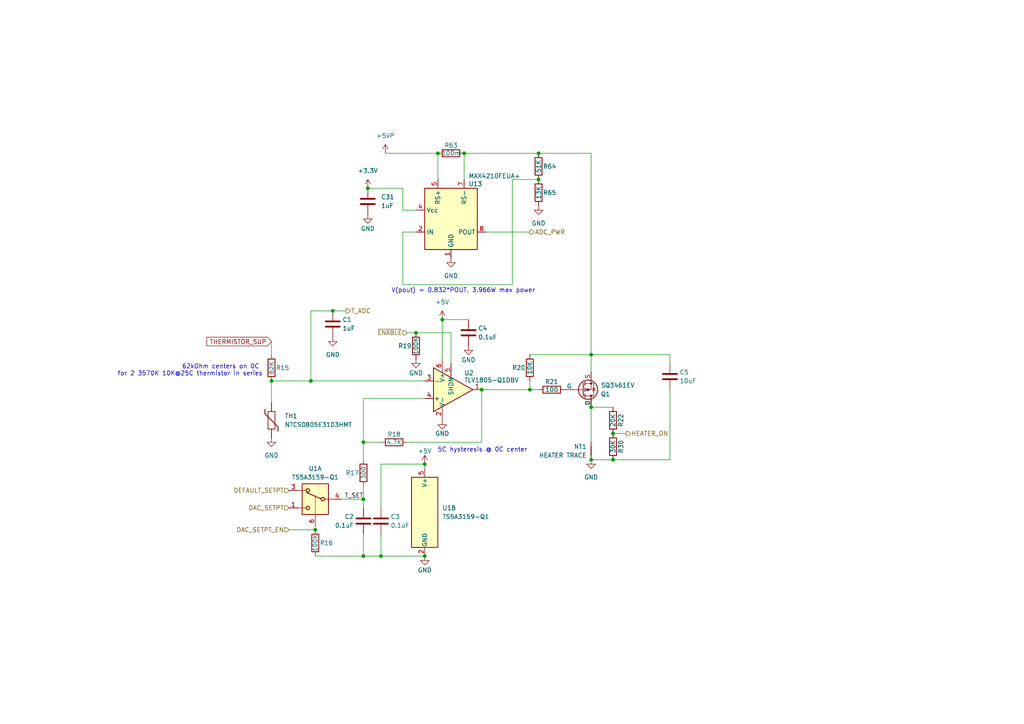
<source format=kicad_sch>
(kicad_sch (version 20231120) (generator "eeschema") (generator_version "8.0")
  (paper "A4")
  (lib_symbols
    (symbol "Analog_Switch:TS5A3159ADBVR" (pin_names (offset 0.127))
      (property "Reference" "U" (at -3.175 4.699 0))
      (property "Value" "TS5A3159ADBVR" (at -3.175 2.921 0))
      (symbol "TS5A3159ADBVR_1_1"
        (rectangle (start -3.81 4.445) (end 3.81 -4.445) (stroke (width 0.254)) (fill (type background)))
        (circle (center -2.159 0) (radius 0.508) (stroke (width 0.254)))
        (polyline (pts (xy -5.08 0) (xy -2.794 0)))
        (polyline (pts (xy -1.651 0.127) (xy 2.54 1.905)) (stroke (width 0.254)))
        (polyline (pts (xy 0 -5.08) (xy 0 -4.572)))
        (polyline (pts (xy 0 -4.318) (xy 0 -4.064)))
        (polyline (pts (xy 0 -3.81) (xy 0 -3.556)))
        (polyline (pts (xy 0 -3.302) (xy 0 -3.048)))
        (polyline (pts (xy 0 -2.794) (xy 0 -2.54)))
        (polyline (pts (xy 0 -2.286) (xy 0 -2.032)))
        (polyline (pts (xy 0 -1.778) (xy 0 -1.524)))
        (polyline (pts (xy 0 -1.27) (xy 0 -1.016)))
        (polyline (pts (xy 0 -0.762) (xy 0 -0.508)))
        (polyline (pts (xy 0 -0.254) (xy 0 0)))
        (polyline (pts (xy 0 0.254) (xy 0 0.508)))
        (polyline (pts (xy 0 0.254) (xy 0 0.508)))
        (polyline (pts (xy 5.08 -2.54) (xy 2.794 -2.54)))
        (polyline (pts (xy 5.08 2.54) (xy 2.794 2.54)))
        (circle (center 2.159 -2.54) (radius 0.508) (stroke (width 0.254)))
        (circle (center 2.159 2.54) (radius 0.508) (stroke (width 0.254)))
        (pin passive line (at 7.62 -2.54 180) (length 2.54) (name "~") (number "1"))
        (pin passive line (at 7.62 2.54 180) (length 2.54) (name "~") (number "3"))
        (pin passive line (at -7.62 0 0) (length 2.54) (name "~") (number "4"))
        (pin input line (at 0 -7.62 90) (length 2.54) (name "~") (number "6"))
      )
      (symbol "TS5A3159ADBVR_2_0"
        (pin power_in line (at 0 -12.7 90) (length 2.54) (name "GND") (number "2"))
        (pin power_in line (at 0 12.7 270) (length 2.54) (name "V+") (number "5"))
      )
      (symbol "TS5A3159ADBVR_2_1"
        (rectangle (start -3.81 10.16) (end 3.81 -10.16) (stroke (width 0.254)) (fill (type background)))
      )
    )
    (symbol "Device:C" (pin_numbers hide) (pin_names (offset 0.254))
      (property "Reference" "C" (at 0.635 2.54 0))
      (property "Value" "C" (at 0.635 -2.54 0))
      (symbol "C_0_1"
        (polyline (pts (xy -2.032 -0.762) (xy 2.032 -0.762)) (stroke (width 0.508)))
        (polyline (pts (xy -2.032 0.762) (xy 2.032 0.762)) (stroke (width 0.508)))
      )
      (symbol "C_1_1"
        (pin passive line (at 0 3.81 270) (length 2.794) (name "~") (number "1"))
        (pin passive line (at 0 -3.81 90) (length 2.794) (name "~") (number "2"))
      )
    )
    (symbol "Device:NetTie_2" (pin_numbers hide) (pin_names (offset 0) hide) (in_bom no)
      (property "Reference" "NT" (at 0 1.27 0))
      (property "Value" "NetTie_2" (at 0 -1.27 0))
      (symbol "NetTie_2_0_1"
        (polyline (pts (xy -1.27 0) (xy 1.27 0)) (stroke (width 0.254)))
      )
      (symbol "NetTie_2_1_1"
        (pin passive line (at -2.54 0 0) (length 2.54) (name "1") (number "1"))
        (pin passive line (at 2.54 0 180) (length 2.54) (name "2") (number "2"))
      )
    )
    (symbol "Device:R" (pin_numbers hide) (pin_names (offset 0))
      (property "Reference" "R" (at 2.032 0 90))
      (property "Value" "R" (at 0 0 90))
      (symbol "R_0_1"
        (rectangle (start -1.016 -2.54) (end 1.016 2.54) (stroke (width 0.254)))
      )
      (symbol "R_1_1"
        (pin passive line (at 0 3.81 270) (length 1.27) (name "~") (number "1"))
        (pin passive line (at 0 -3.81 90) (length 1.27) (name "~") (number "2"))
      )
    )
    (symbol "Device:Thermistor" (pin_numbers hide) (pin_names (offset 0))
      (property "Reference" "TH" (at 2.54 1.27 90))
      (property "Value" "Thermistor" (at -2.54 0 90))
      (symbol "Thermistor_0_1"
        (rectangle (start -1.016 2.54) (end 1.016 -2.54) (stroke (width 0.2032)))
        (polyline (pts (xy -1.905 3.175) (xy -1.905 1.905) (xy 1.905 -1.905) (xy 1.905 -3.175) (xy 1.905 -3.175)) (stroke (width 0.254)))
      )
      (symbol "Thermistor_1_1"
        (pin passive line (at 0 5.08 270) (length 2.54) (name "~") (number "1"))
        (pin passive line (at 0 -5.08 90) (length 2.54) (name "~") (number "2"))
      )
    )
    (symbol "femta-control-custom:MAX4210"
      (property "Reference" "U" (at 5.08 -1.27 0))
      (property "Value" "MAX4210EEUA+" (at 5.08 1.016 0))
      (symbol "MAX4210_1_1"
        (rectangle (start -7.62 -2.54) (end 7.62 -20.32) (stroke (width 0.254)) (fill (type background)))
        (pin input line (at 0 -22.86 90) (length 2.54) (name "GND") (number "1"))
        (pin input line (at -10.16 -15.24 0) (length 2.54) (name "IN") (number "2"))
        (pin no_connect line (at 10.16 -8.89 180) (length 2.54) hide (name "NC") (number "3"))
        (pin input line (at -10.16 -8.89 0) (length 2.54) (name "Vcc") (number "4"))
        (pin input line (at -3.81 0 270) (length 2.54) (name "RS+") (number "5"))
        (pin no_connect line (at 10.16 -8.89 180) (length 2.54) hide (name "NC") (number "6"))
        (pin input line (at 3.81 0 270) (length 2.54) (name "RS-") (number "7"))
        (pin input line (at 10.16 -15.24 180) (length 2.54) (name "POUT") (number "8"))
      )
    )
    (symbol "femta-control-custom:SQ3461EV-T1_GE3" (pin_numbers hide) (pin_names (offset 0))
      (property "Reference" "Q" (at 5.08 1.27 0))
      (property "Value" "SQ3461EV" (at 5.08 -1.27 0))
      (symbol "SQ3461EV-T1_GE3_0_1"
        (polyline (pts (xy 0.254 0) (xy -2.54 0)))
        (polyline (pts (xy 0.254 1.905) (xy 0.254 -1.905)) (stroke (width 0.254)))
        (polyline (pts (xy 0.762 -1.27) (xy 0.762 -2.286)) (stroke (width 0.254)))
        (polyline (pts (xy 0.762 0.508) (xy 0.762 -0.508)) (stroke (width 0.254)))
        (polyline (pts (xy 0.762 2.286) (xy 0.762 1.27)) (stroke (width 0.254)))
        (polyline (pts (xy 2.54 2.54) (xy 2.54 1.778)))
        (polyline (pts (xy 2.54 -2.54) (xy 2.54 0) (xy 0.762 0)))
        (polyline (pts (xy 0.762 1.778) (xy 3.302 1.778) (xy 3.302 -1.778) (xy 0.762 -1.778)))
        (polyline (pts (xy 2.286 0) (xy 1.27 0.381) (xy 1.27 -0.381) (xy 2.286 0)) (fill (type outline)))
        (polyline (pts (xy 2.794 -0.508) (xy 2.921 -0.381) (xy 3.683 -0.381) (xy 3.81 -0.254)))
        (polyline (pts (xy 3.302 -0.381) (xy 2.921 0.254) (xy 3.683 0.254) (xy 3.302 -0.381)))
        (circle (center 1.651 0) (radius 2.794) (stroke (width 0.254)))
        (circle (center 2.54 -1.778) (radius 0.254) (fill (type outline)))
        (circle (center 2.54 1.778) (radius 0.254) (fill (type outline)))
      )
      (symbol "SQ3461EV-T1_GE3_1_1"
        (pin passive line (at 2.54 5.08 270) (length 2.54) (name "D") (number "1"))
        (pin passive line (at 2.54 5.08 270) (length 2.54) (name "D") (number "2"))
        (pin input line (at -5.08 0 0) (length 2.54) (name "G") (number "3"))
        (pin passive line (at 2.54 -5.08 90) (length 2.54) (name "S") (number "4"))
        (pin passive line (at 2.54 5.08 270) (length 2.54) (name "D") (number "5"))
        (pin passive line (at 2.54 5.08 270) (length 2.54) (name "D") (number "6"))
      )
    )
    (symbol "femta-control-custom:TLV1805-Q1DBV" (pin_names (offset 0.127))
      (property "Reference" "U" (at 1.27 5.08 0))
      (property "Value" "TLV1805-Q1DBV" (at 7.874 -5.08 0))
      (symbol "TLV1805-Q1DBV_0_1"
        (polyline (pts (xy -5.08 6.35) (xy 6.35 0) (xy -5.08 -6.35) (xy -5.08 6.35)) (stroke (width 0.254)) (fill (type background)))
      )
      (symbol "TLV1805-Q1DBV_1_1"
        (pin open_collector line (at 8.89 0 180) (length 2.54) (name "") (number "1"))
        (pin power_in line (at -2.54 -8.89 90) (length 3.81) (name "V-") (number "2"))
        (pin input line (at -7.62 2.54 0) (length 2.54) (name "-") (number "3"))
        (pin input line (at -7.62 -2.54 0) (length 2.54) (name "+") (number "4"))
        (pin input line (at 0 7.62 270) (length 3.81) (name "SHDN") (number "5"))
        (pin power_in line (at -2.54 8.89 270) (length 3.81) (name "V+") (number "6"))
      )
    )
    (symbol "power:+3.3V" (power) (pin_numbers hide) (pin_names (offset 0) hide)
      (property "Value" "+3.3V" (at 0 3.556 0))
      (symbol "+3.3V_0_1"
        (polyline (pts (xy -0.762 1.27) (xy 0 2.54)))
        (polyline (pts (xy 0 0) (xy 0 2.54)))
        (polyline (pts (xy 0 2.54) (xy 0.762 1.27)))
      )
      (symbol "+3.3V_1_1"
        (pin power_in line (at 0 0 90) (length 0) (name "~") (number "1"))
      )
    )
    (symbol "power:+5V" (power) (pin_numbers hide) (pin_names (offset 0) hide)
      (property "Value" "+5V" (at 0 3.556 0))
      (symbol "+5V_0_1"
        (polyline (pts (xy -0.762 1.27) (xy 0 2.54)))
        (polyline (pts (xy 0 0) (xy 0 2.54)))
        (polyline (pts (xy 0 2.54) (xy 0.762 1.27)))
      )
      (symbol "+5V_1_1"
        (pin power_in line (at 0 0 90) (length 0) (name "~") (number "1"))
      )
    )
    (symbol "power:+5VP" (power) (pin_numbers hide) (pin_names (offset 0) hide)
      (property "Value" "+5VP" (at 0 3.556 0))
      (symbol "+5VP_0_1"
        (polyline (pts (xy -0.762 1.27) (xy 0 2.54)))
        (polyline (pts (xy 0 0) (xy 0 2.54)))
        (polyline (pts (xy 0 2.54) (xy 0.762 1.27)))
      )
      (symbol "+5VP_1_1"
        (pin power_in line (at 0 0 90) (length 0) (name "~") (number "1"))
      )
    )
    (symbol "power:GND" (power) (pin_numbers hide) (pin_names (offset 0) hide)
      (property "Value" "GND" (at 0 -3.81 0))
      (symbol "GND_0_1"
        (polyline (pts (xy 0 0) (xy 0 -1.27) (xy 1.27 -1.27) (xy 0 -2.54) (xy -1.27 -1.27) (xy 0 -1.27)))
      )
      (symbol "GND_1_1"
        (pin power_in line (at 0 0 270) (length 0) (name "~") (number "1"))
      )
    )
  )
  (junction (at 127 44.45))
  (junction (at 123.19 134.62))
  (junction (at 110.49 161.29))
  (junction (at 153.67 113.03))
  (junction (at 105.41 144.78))
  (junction (at 177.8 125.73))
  (junction (at 177.8 133.35))
  (junction (at 139.7 113.03))
  (junction (at 91.44 153.67))
  (junction (at 106.68 54.61))
  (junction (at 171.45 102.87))
  (junction (at 105.41 128.27))
  (junction (at 96.52 90.17))
  (junction (at 171.45 133.35))
  (junction (at 90.17 110.49))
  (junction (at 78.74 110.49))
  (junction (at 128.27 92.71))
  (junction (at 156.21 52.07))
  (junction (at 134.62 44.45))
  (junction (at 105.41 161.29))
  (junction (at 171.45 118.11))
  (junction (at 156.21 44.45))
  (junction (at 120.65 96.52))
  (junction (at 123.19 161.29))
  (wire (pts (xy 171.45 118.11) (xy 171.45 128.27)))
  (wire (pts (xy 153.67 113.03) (xy 156.21 113.03)))
  (wire (pts (xy 128.27 92.71) (xy 128.27 104.14)))
  (wire (pts (xy 105.41 147.32) (xy 105.41 144.78)))
  (wire (pts (xy 123.19 134.62) (xy 123.19 135.89)))
  (wire (pts (xy 153.67 102.87) (xy 171.45 102.87)))
  (wire (pts (xy 105.41 115.57) (xy 105.41 128.27)))
  (wire (pts (xy 90.17 110.49) (xy 90.17 90.17)))
  (wire (pts (xy 105.41 154.94) (xy 105.41 161.29)))
  (wire (pts (xy 116.84 67.31) (xy 120.65 67.31)))
  (wire (pts (xy 105.41 115.57) (xy 123.19 115.57)))
  (wire (pts (xy 140.97 67.31) (xy 153.67 67.31)))
  (wire (pts (xy 194.31 133.35) (xy 177.8 133.35)))
  (wire (pts (xy 171.45 44.45) (xy 171.45 102.87)))
  (wire (pts (xy 78.74 110.49) (xy 78.74 116.84)))
  (wire (pts (xy 194.31 113.03) (xy 194.31 133.35)))
  (wire (pts (xy 78.74 99.06) (xy 78.74 102.87)))
  (wire (pts (xy 177.8 133.35) (xy 171.45 133.35)))
  (wire (pts (xy 110.49 161.29) (xy 123.19 161.29)))
  (wire (pts (xy 156.21 44.45) (xy 171.45 44.45)))
  (wire (pts (xy 99.06 144.78) (xy 105.41 144.78)))
  (wire (pts (xy 156.21 44.45) (xy 134.62 44.45)))
  (wire (pts (xy 118.11 128.27) (xy 139.7 128.27)))
  (wire (pts (xy 90.17 110.49) (xy 123.19 110.49)))
  (wire (pts (xy 148.59 82.55) (xy 116.84 82.55)))
  (wire (pts (xy 171.45 118.11) (xy 177.8 118.11)))
  (wire (pts (xy 171.45 102.87) (xy 171.45 107.95)))
  (wire (pts (xy 156.21 52.07) (xy 148.59 52.07)))
  (wire (pts (xy 148.59 52.07) (xy 148.59 82.55)))
  (wire (pts (xy 111.76 44.45) (xy 127 44.45)))
  (wire (pts (xy 116.84 54.61) (xy 106.68 54.61)))
  (wire (pts (xy 177.8 125.73) (xy 181.61 125.73)))
  (wire (pts (xy 118.11 96.52) (xy 120.65 96.52)))
  (wire (pts (xy 105.41 140.97) (xy 105.41 144.78)))
  (wire (pts (xy 134.62 44.45) (xy 134.62 52.07)))
  (wire (pts (xy 120.65 96.52) (xy 130.81 96.52)))
  (wire (pts (xy 139.7 128.27) (xy 139.7 113.03)))
  (wire (pts (xy 91.44 153.67) (xy 91.44 152.4)))
  (wire (pts (xy 110.49 147.32) (xy 110.49 134.62)))
  (wire (pts (xy 110.49 154.94) (xy 110.49 161.29)))
  (wire (pts (xy 116.84 54.61) (xy 116.84 60.96)))
  (wire (pts (xy 171.45 102.87) (xy 194.31 102.87)))
  (wire (pts (xy 105.41 128.27) (xy 110.49 128.27)))
  (wire (pts (xy 116.84 82.55) (xy 116.84 67.31)))
  (wire (pts (xy 78.74 110.49) (xy 90.17 110.49)))
  (wire (pts (xy 83.82 153.67) (xy 91.44 153.67)))
  (wire (pts (xy 90.17 90.17) (xy 96.52 90.17)))
  (wire (pts (xy 100.33 90.17) (xy 96.52 90.17)))
  (wire (pts (xy 194.31 102.87) (xy 194.31 105.41)))
  (wire (pts (xy 91.44 161.29) (xy 105.41 161.29)))
  (wire (pts (xy 130.81 105.41) (xy 130.81 96.52)))
  (wire (pts (xy 110.49 134.62) (xy 123.19 134.62)))
  (wire (pts (xy 105.41 161.29) (xy 110.49 161.29)))
  (wire (pts (xy 116.84 60.96) (xy 120.65 60.96)))
  (wire (pts (xy 153.67 110.49) (xy 153.67 113.03)))
  (wire (pts (xy 139.7 113.03) (xy 153.67 113.03)))
  (wire (pts (xy 128.27 92.71) (xy 135.89 92.71)))
  (wire (pts (xy 105.41 128.27) (xy 105.41 133.35)))
  (wire (pts (xy 127 44.45) (xy 127 52.07)))
  (text "62kOhm centers on 0C \nfor 2 3570K 10K@25C thermistor in series" (at 76.2 107.442 0) (effects (font (size 1.27 1.27)) (justify right)))
  (text "5C hysteresis @ 0C center" (at 139.954 130.556 0) (effects (font (size 1.27 1.27))))
  (text "V(pout) = 0.832*POUT, 3.966W max power" (at 134.366 84.328 0) (effects (font (size 1.27 1.27))))
  (label "T_SET" (at 105.41 144.78 180))
  (global_label "THERMISTOR_SUP" (shape input) (at 78.74 99.06 180) (property "Intersheetrefs" "${INTERSHEET_REFS}" (effects (hide yes))))
  (hierarchical_label "~{ENABLE}" (shape input) (at 118.11 96.52 180))
  (hierarchical_label "T_ADC" (shape output) (at 100.33 90.17 0))
  (hierarchical_label "DAC_SETPT" (shape input) (at 83.82 147.32 180))
  (hierarchical_label "DAC_SETPT_EN" (shape input) (at 83.82 153.67 180))
  (hierarchical_label "HEATER_ON" (shape output) (at 181.61 125.73 0))
  (hierarchical_label "ADC_PWR" (shape output) (at 153.67 67.31 0))
  (hierarchical_label "DEFAULT_SETPT" (shape input) (at 83.82 142.24 180))
  (symbol (lib_id "Device:R") (at 78.74 106.68 0) (unit 1)
    (property "Reference" "R15" (at 80.01 106.68 0) (effects (justify left)))
    (property "Value" "62K" (at 78.74 106.68 90))
    (property "Description" "Resistor" (effects (hide yes)))
    (instances (project "femta-control" (path "" (reference "R15") (unit 1)) (path "" (reference "R23") (unit 1)) (path "" (reference "R31") (unit 1)) (path "" (reference "R39") (unit 1)) (path "" (reference "R47") (unit 1)) (path "" (reference "R55") (unit 1))))
  )
  (symbol (lib_id "Device:R") (at 120.65 100.33 180) (unit 1)
    (property "Reference" "R19" (at 119.38 100.33 0) (effects (justify left)))
    (property "Value" "100K" (at 120.65 100.33 90))
    (property "Description" "Resistor" (effects (hide yes)))
    (instances (project "femta-control" (path "" (reference "R19") (unit 1)) (path "" (reference "R27") (unit 1)) (path "" (reference "R35") (unit 1)) (path "" (reference "R43") (unit 1)) (path "" (reference "R51") (unit 1)) (path "" (reference "R59") (unit 1))))
  )
  (symbol (lib_id "power:GND") (at 96.52 97.79 0) (unit 1)
    (property "Reference" "#PWR016" (effects (hide yes)))
    (property "Value" "GND" (at 96.52 102.87 0))
    (property "Description" "Power symbol creates a global label with name \"GND\" , ground" (effects (hide yes)))
    (instances (project "femta-control" (path "" (reference "#PWR016") (unit 1)) (path "" (reference "#PWR024") (unit 1)) (path "" (reference "#PWR032") (unit 1)) (path "" (reference "#PWR040") (unit 1)) (path "" (reference "#PWR048") (unit 1)) (path "" (reference "#PWR056") (unit 1))))
  )
  (symbol (lib_id "power:GND") (at 78.74 127 0) (unit 1)
    (property "Reference" "#PWR0315" (effects (hide yes)))
    (property "Value" "GND" (at 78.74 132.08 0))
    (property "Description" "Power symbol creates a global label with name \"GND\" , ground" (effects (hide yes)))
    (instances (project "femta-control" (path "" (reference "#PWR0315") (unit 1)) (path "" (reference "#PWR0316") (unit 1)) (path "" (reference "#PWR0317") (unit 1)) (path "" (reference "#PWR0318") (unit 1)) (path "" (reference "#PWR0319") (unit 1)) (path "" (reference "#PWR0320") (unit 1))))
  )
  (symbol (lib_id "Device:R") (at 156.21 48.26 0) (unit 1)
    (property "Reference" "R64" (at 157.48 48.26 0) (effects (justify left)))
    (property "Value" "51K" (at 156.21 48.26 90))
    (property "Description" "Resistor" (effects (hide yes)))
    (instances (project "femta-control" (path "" (reference "R64") (unit 1)) (path "" (reference "R67") (unit 1)) (path "" (reference "R70") (unit 1)) (path "" (reference "R73") (unit 1)) (path "" (reference "R76") (unit 1)) (path "" (reference "R79") (unit 1))))
  )
  (symbol (lib_id "Device:C") (at 105.41 151.13 0) (mirror y) (unit 1)
    (property "Reference" "C2" (at 102.616 149.86 0) (effects (justify left)))
    (property "Value" "0.1uF" (at 102.616 152.4 0) (effects (justify left)))
    (property "Description" "Unpolarized capacitor" (effects (hide yes)))
    (instances (project "femta-control" (path "" (reference "C2") (unit 1)) (path "" (reference "C7") (unit 1)) (path "" (reference "C12") (unit 1)) (path "" (reference "C17") (unit 1)) (path "" (reference "C22") (unit 1)) (path "" (reference "C27") (unit 1))))
  )
  (symbol (lib_id "Device:R") (at 114.3 128.27 270) (unit 1)
    (property "Reference" "R18" (at 114.3 125.984 90))
    (property "Value" "4.7K" (at 114.3 128.27 90))
    (property "Description" "Resistor" (effects (hide yes)))
    (instances (project "femta-control" (path "" (reference "R18") (unit 1)) (path "" (reference "R26") (unit 1)) (path "" (reference "R34") (unit 1)) (path "" (reference "R42") (unit 1)) (path "" (reference "R50") (unit 1)) (path "" (reference "R58") (unit 1))))
  )
  (symbol (lib_id "Device:Thermistor") (at 78.74 121.92 0) (unit 1)
    (property "Reference" "TH1" (at 82.55 120.6499 0) (effects (justify left)))
    (property "Value" "NTCS0805E3103HMT" (at 82.55 123.1899 0) (effects (justify left)))
    (property "Description" "Temperature dependent resistor" (effects (hide yes)))
    (instances (project "femta-control" (path "" (reference "TH1") (unit 1)) (path "" (reference "TH2") (unit 1)) (path "" (reference "TH3") (unit 1)) (path "" (reference "TH4") (unit 1)) (path "" (reference "TH5") (unit 1)) (path "" (reference "TH6") (unit 1))))
  )
  (symbol (lib_id "Analog_Switch:TS5A3159ADBVR") (at 123.19 148.59 0) (unit 2)
    (property "Reference" "U1" (at 128.27 147.3199 0) (effects (justify left)))
    (property "Value" "TS5A3159-Q1" (at 128.27 149.8599 0) (effects (justify left)))
    (property "Footprint" "Package_TO_SOT_SMD:SOT-23-6" (effects (hide yes)))
    (property "Datasheet" "http://www.ti.com/lit/ds/symlink/ts5a3159a.pdf" (effects (hide yes)))
    (property "Description" "Single SPDT Analog Switch, 1.65-V to 5.5-V Single-Supply Operation, 1Ohm Ron, SOT-23-6" (effects (hide yes)))
    (instances (project "femta-control" (path "" (reference "U1") (unit 2)) (path "" (reference "U3") (unit 2)) (path "" (reference "U5") (unit 2)) (path "" (reference "U7") (unit 2)) (path "" (reference "U9") (unit 2)) (path "" (reference "U11") (unit 2))))
  )
  (symbol (lib_id "power:+5V") (at 123.19 134.62 0) (unit 1)
    (property "Reference" "#PWR018" (effects (hide yes)))
    (property "Value" "+5V" (at 123.19 130.81 0))
    (property "Description" "Power symbol creates a global label with name \"+5V\"" (effects (hide yes)))
    (instances (project "femta-control" (path "" (reference "#PWR018") (unit 1)) (path "" (reference "#PWR026") (unit 1)) (path "" (reference "#PWR034") (unit 1)) (path "" (reference "#PWR042") (unit 1)) (path "" (reference "#PWR050") (unit 1)) (path "" (reference "#PWR058") (unit 1))))
  )
  (symbol (lib_id "power:GND") (at 106.68 62.23 0) (unit 1)
    (property "Reference" "#PWR065" (effects (hide yes)))
    (property "Value" "GND" (at 106.68 66.294 0))
    (property "Description" "Power symbol creates a global label with name \"GND\" , ground" (effects (hide yes)))
    (instances (project "femta-control" (path "" (reference "#PWR065") (unit 1)) (path "" (reference "#PWR070") (unit 1)) (path "" (reference "#PWR075") (unit 1)) (path "" (reference "#PWR080") (unit 1)) (path "" (reference "#PWR085") (unit 1)) (path "" (reference "#PWR090") (unit 1))))
  )
  (symbol (lib_id "Device:R") (at 153.67 106.68 180) (unit 1)
    (property "Reference" "R20" (at 152.4 106.68 0) (effects (justify left)))
    (property "Value" "10K" (at 153.67 106.68 90))
    (property "Description" "Resistor" (effects (hide yes)))
    (instances (project "femta-control" (path "" (reference "R20") (unit 1)) (path "" (reference "R28") (unit 1)) (path "" (reference "R36") (unit 1)) (path "" (reference "R44") (unit 1)) (path "" (reference "R52") (unit 1)) (path "" (reference "R60") (unit 1))))
  )
  (symbol (lib_id "Device:R") (at 91.44 157.48 0) (unit 1)
    (property "Reference" "R16" (at 92.71 157.48 0) (effects (justify left)))
    (property "Value" "100K" (at 91.44 157.48 90))
    (property "Description" "Resistor" (effects (hide yes)))
    (instances (project "femta-control" (path "" (reference "R16") (unit 1)) (path "" (reference "R24") (unit 1)) (path "" (reference "R32") (unit 1)) (path "" (reference "R40") (unit 1)) (path "" (reference "R48") (unit 1)) (path "" (reference "R56") (unit 1))))
  )
  (symbol (lib_id "Device:NetTie_2") (at 171.45 130.81 270) (mirror x) (unit 1) (in_bom no)
    (property "Reference" "NT1" (at 170.18 129.5399 90) (effects (justify right)))
    (property "Value" "HEATER TRACE" (at 170.18 132.0799 90) (effects (justify right)))
    (property "Description" "Net tie, 2 pins" (effects (hide yes)))
    (instances (project "femta-control" (path "" (reference "NT1") (unit 1)) (path "" (reference "NT2") (unit 1)) (path "" (reference "NT3") (unit 1)) (path "" (reference "NT4") (unit 1)) (path "" (reference "NT5") (unit 1)) (path "" (reference "NT6") (unit 1))))
  )
  (symbol (lib_id "Device:C") (at 135.89 96.52 0) (unit 1)
    (property "Reference" "C4" (at 138.684 95.25 0) (effects (justify left)))
    (property "Value" "0.1uF" (at 138.684 97.79 0) (effects (justify left)))
    (property "Description" "Unpolarized capacitor" (effects (hide yes)))
    (instances (project "femta-control" (path "" (reference "C4") (unit 1)) (path "" (reference "C9") (unit 1)) (path "" (reference "C14") (unit 1)) (path "" (reference "C19") (unit 1)) (path "" (reference "C24") (unit 1)) (path "" (reference "C29") (unit 1))))
  )
  (symbol (lib_id "femta-control-custom:TLV1805-Q1DBV") (at 130.81 113.03 0) (unit 1)
    (property "Reference" "U2" (at 134.62 108.204 0) (effects (justify left)))
    (property "Value" "TLV1805-Q1DBV" (at 134.62 110.236 0) (effects (justify left)))
    (property "Footprint" "Package_TO_SOT_SMD:SOT-23-6" (effects (hide yes)))
    (property "Datasheet" "https://www.ti.com/lit/ds/symlink/tlv1805-q1.pdf?ts=1710516518048" (effects (hide yes)))
    (instances (project "femta-control" (path "" (reference "U2") (unit 1)) (path "" (reference "U4") (unit 1)) (path "" (reference "U6") (unit 1)) (path "" (reference "U8") (unit 1)) (path "" (reference "U10") (unit 1)) (path "" (reference "U12") (unit 1))))
  )
  (symbol (lib_id "femta-control-custom:MAX4210") (at 130.81 52.07 0) (unit 1)
    (property "Reference" "U13" (at 135.89 53.34 0) (effects (justify left)))
    (property "Value" "MAX4210FEUA+" (at 135.89 51.054 0) (effects (justify left)))
    (instances (project "femta-control" (path "" (reference "U13") (unit 1)) (path "" (reference "U14") (unit 1)) (path "" (reference "U15") (unit 1)) (path "" (reference "U16") (unit 1)) (path "" (reference "U17") (unit 1)) (path "" (reference "U18") (unit 1))))
  )
  (symbol (lib_id "Analog_Switch:TS5A3159ADBVR") (at 91.44 144.78 0) (mirror y) (unit 1)
    (property "Reference" "U1" (at 91.44 135.89 0))
    (property "Value" "TS5A3159-Q1" (at 91.44 138.43 0))
    (property "Footprint" "Package_TO_SOT_SMD:SOT-23-6" (effects (hide yes)))
    (property "Datasheet" "http://www.ti.com/lit/ds/symlink/ts5a3159a.pdf" (effects (hide yes)))
    (property "Description" "Single SPDT Analog Switch, 1.65-V to 5.5-V Single-Supply Operation, 1Ohm Ron, SOT-23-6" (effects (hide yes)))
    (instances (project "femta-control" (path "" (reference "U1") (unit 1)) (path "" (reference "U3") (unit 1)) (path "" (reference "U5") (unit 1)) (path "" (reference "U7") (unit 1)) (path "" (reference "U9") (unit 1)) (path "" (reference "U11") (unit 1))))
  )
  (symbol (lib_id "Device:R") (at 177.8 121.92 0) (unit 1)
    (property "Reference" "R22" (at 180.086 121.92 90))
    (property "Value" "20K" (at 177.8 121.92 90))
    (property "Description" "Resistor" (effects (hide yes)))
    (instances (project "femta-control" (path "" (reference "R22") (unit 1)) (path "" (reference "R38") (unit 1)) (path "" (reference "R54") (unit 1)) (path "" (reference "R102") (unit 1)) (path "" (reference "R104") (unit 1)) (path "" (reference "R106") (unit 1))))
  )
  (symbol (lib_id "Device:R") (at 130.81 44.45 90) (unit 1)
    (property "Reference" "R63" (at 130.81 42.164 90))
    (property "Value" "100m" (at 130.81 44.45 90))
    (property "Description" "Resistor" (effects (hide yes)))
    (instances (project "femta-control" (path "" (reference "R63") (unit 1)) (path "" (reference "R66") (unit 1)) (path "" (reference "R69") (unit 1)) (path "" (reference "R72") (unit 1)) (path "" (reference "R75") (unit 1)) (path "" (reference "R78") (unit 1))))
  )
  (symbol (lib_id "Device:C") (at 96.52 93.98 0) (unit 1)
    (property "Reference" "C1" (at 99.314 92.71 0) (effects (justify left)))
    (property "Value" "1uF" (at 99.314 95.25 0) (effects (justify left)))
    (property "Description" "Unpolarized capacitor" (effects (hide yes)))
    (instances (project "femta-control" (path "" (reference "C1") (unit 1)) (path "" (reference "C6") (unit 1)) (path "" (reference "C11") (unit 1)) (path "" (reference "C16") (unit 1)) (path "" (reference "C21") (unit 1)) (path "" (reference "C26") (unit 1))))
  )
  (symbol (lib_id "power:GND") (at 156.21 59.69 0) (unit 1)
    (property "Reference" "#PWR068" (effects (hide yes)))
    (property "Value" "GND" (at 156.21 64.77 0))
    (property "Description" "Power symbol creates a global label with name \"GND\" , ground" (effects (hide yes)))
    (instances (project "femta-control" (path "" (reference "#PWR068") (unit 1)) (path "" (reference "#PWR073") (unit 1)) (path "" (reference "#PWR078") (unit 1)) (path "" (reference "#PWR083") (unit 1)) (path "" (reference "#PWR088") (unit 1)) (path "" (reference "#PWR093") (unit 1))))
  )
  (symbol (lib_id "Device:C") (at 110.49 151.13 0) (unit 1)
    (property "Reference" "C3" (at 113.284 149.86 0) (effects (justify left)))
    (property "Value" "0.1uF" (at 113.284 152.4 0) (effects (justify left)))
    (property "Description" "Unpolarized capacitor" (effects (hide yes)))
    (instances (project "femta-control" (path "" (reference "C3") (unit 1)) (path "" (reference "C8") (unit 1)) (path "" (reference "C13") (unit 1)) (path "" (reference "C18") (unit 1)) (path "" (reference "C23") (unit 1)) (path "" (reference "C28") (unit 1))))
  )
  (symbol (lib_id "power:GND") (at 171.45 133.35 0) (unit 1)
    (property "Reference" "#PWR023" (effects (hide yes)))
    (property "Value" "GND" (at 171.45 138.43 0))
    (property "Description" "Power symbol creates a global label with name \"GND\" , ground" (effects (hide yes)))
    (instances (project "femta-control" (path "" (reference "#PWR023") (unit 1)) (path "" (reference "#PWR031") (unit 1)) (path "" (reference "#PWR039") (unit 1)) (path "" (reference "#PWR047") (unit 1)) (path "" (reference "#PWR055") (unit 1)) (path "" (reference "#PWR063") (unit 1))))
  )
  (symbol (lib_id "Device:R") (at 160.02 113.03 270) (unit 1)
    (property "Reference" "R21" (at 160.02 110.744 90))
    (property "Value" "100" (at 160.02 113.03 90))
    (property "Description" "Resistor" (effects (hide yes)))
    (instances (project "femta-control" (path "" (reference "R21") (unit 1)) (path "" (reference "R29") (unit 1)) (path "" (reference "R37") (unit 1)) (path "" (reference "R45") (unit 1)) (path "" (reference "R53") (unit 1)) (path "" (reference "R61") (unit 1))))
  )
  (symbol (lib_id "power:GND") (at 123.19 161.29 0) (unit 1)
    (property "Reference" "#PWR019" (effects (hide yes)))
    (property "Value" "GND" (at 123.19 165.354 0))
    (property "Description" "Power symbol creates a global label with name \"GND\" , ground" (effects (hide yes)))
    (instances (project "femta-control" (path "" (reference "#PWR019") (unit 1)) (path "" (reference "#PWR027") (unit 1)) (path "" (reference "#PWR035") (unit 1)) (path "" (reference "#PWR043") (unit 1)) (path "" (reference "#PWR051") (unit 1)) (path "" (reference "#PWR059") (unit 1))))
  )
  (symbol (lib_id "power:+3.3V") (at 106.68 54.61 0) (unit 1)
    (property "Reference" "#PWR064" (effects (hide yes)))
    (property "Value" "+3.3V" (at 106.68 49.53 0))
    (property "Description" "Power symbol creates a global label with name \"+3.3V\"" (effects (hide yes)))
    (instances (project "femta-control" (path "" (reference "#PWR064") (unit 1)) (path "" (reference "#PWR069") (unit 1)) (path "" (reference "#PWR074") (unit 1)) (path "" (reference "#PWR079") (unit 1)) (path "" (reference "#PWR084") (unit 1)) (path "" (reference "#PWR089") (unit 1))))
  )
  (symbol (lib_id "Device:R") (at 156.21 55.88 0) (unit 1)
    (property "Reference" "R65" (at 157.48 55.88 0) (effects (justify left)))
    (property "Value" "13K" (at 156.21 55.88 90))
    (property "Description" "Resistor" (effects (hide yes)))
    (instances (project "femta-control" (path "" (reference "R65") (unit 1)) (path "" (reference "R68") (unit 1)) (path "" (reference "R71") (unit 1)) (path "" (reference "R74") (unit 1)) (path "" (reference "R77") (unit 1)) (path "" (reference "R80") (unit 1))))
  )
  (symbol (lib_id "power:GND") (at 120.65 104.14 0) (unit 1)
    (property "Reference" "#PWR017" (effects (hide yes)))
    (property "Value" "GND" (at 120.65 108.204 0))
    (property "Description" "Power symbol creates a global label with name \"GND\" , ground" (effects (hide yes)))
    (instances (project "femta-control" (path "" (reference "#PWR017") (unit 1)) (path "" (reference "#PWR025") (unit 1)) (path "" (reference "#PWR033") (unit 1)) (path "" (reference "#PWR041") (unit 1)) (path "" (reference "#PWR049") (unit 1)) (path "" (reference "#PWR057") (unit 1))))
  )
  (symbol (lib_id "Device:R") (at 105.41 137.16 180) (unit 1)
    (property "Reference" "R17" (at 104.14 137.16 0) (effects (justify left)))
    (property "Value" "300" (at 105.41 137.16 90))
    (property "Description" "Resistor" (effects (hide yes)))
    (instances (project "femta-control" (path "" (reference "R17") (unit 1)) (path "" (reference "R25") (unit 1)) (path "" (reference "R33") (unit 1)) (path "" (reference "R41") (unit 1)) (path "" (reference "R49") (unit 1)) (path "" (reference "R57") (unit 1))))
  )
  (symbol (lib_id "power:GND") (at 135.89 100.33 0) (unit 1)
    (property "Reference" "#PWR022" (effects (hide yes)))
    (property "Value" "GND" (at 135.89 104.394 0))
    (property "Description" "Power symbol creates a global label with name \"GND\" , ground" (effects (hide yes)))
    (instances (project "femta-control" (path "" (reference "#PWR022") (unit 1)) (path "" (reference "#PWR030") (unit 1)) (path "" (reference "#PWR038") (unit 1)) (path "" (reference "#PWR046") (unit 1)) (path "" (reference "#PWR054") (unit 1)) (path "" (reference "#PWR062") (unit 1))))
  )
  (symbol (lib_id "Device:C") (at 106.68 58.42 0) (unit 1)
    (property "Reference" "C31" (at 110.49 57.1499 0) (effects (justify left)))
    (property "Value" "1uF" (at 110.49 59.6899 0) (effects (justify left)))
    (property "Description" "Unpolarized capacitor" (effects (hide yes)))
    (instances (project "femta-control" (path "" (reference "C31") (unit 1)) (path "" (reference "C32") (unit 1)) (path "" (reference "C33") (unit 1)) (path "" (reference "C34") (unit 1)) (path "" (reference "C35") (unit 1)) (path "" (reference "C36") (unit 1))))
  )
  (symbol (lib_id "power:+5VP") (at 111.76 44.45 0) (unit 1)
    (property "Reference" "#PWR066" (effects (hide yes)))
    (property "Value" "+5VP" (at 111.76 39.37 0))
    (property "Description" "Power symbol creates a global label with name \"+5VP\"" (effects (hide yes)))
    (instances (project "femta-control" (path "" (reference "#PWR066") (unit 1)) (path "" (reference "#PWR071") (unit 1)) (path "" (reference "#PWR076") (unit 1)) (path "" (reference "#PWR081") (unit 1)) (path "" (reference "#PWR086") (unit 1)) (path "" (reference "#PWR091") (unit 1))))
  )
  (symbol (lib_id "femta-control-custom:SQ3461EV-T1_GE3") (at 168.91 113.03 0) (mirror x) (unit 1)
    (property "Reference" "Q1" (at 174.244 114.3 0) (effects (justify left)))
    (property "Value" "SQ3461EV" (at 174.244 111.76 0) (effects (justify left)))
    (property "Footprint" "Package_SO:TSOP-6_1.65x3.05mm_P0.95mm" (effects (hide yes)))
    (property "Datasheet" "https://www.vishay.com/docs/62994/sq3461ev.pdf" (effects (hide yes)))
    (instances (project "femta-control" (path "" (reference "Q1") (unit 1)) (path "" (reference "Q2") (unit 1)) (path "" (reference "Q3") (unit 1)) (path "" (reference "Q4") (unit 1)) (path "" (reference "Q5") (unit 1)) (path "" (reference "Q6") (unit 1))))
  )
  (symbol (lib_id "Device:C") (at 194.31 109.22 0) (unit 1)
    (property "Reference" "C5" (at 197.104 107.95 0) (effects (justify left)))
    (property "Value" "10uF" (at 197.104 110.49 0) (effects (justify left)))
    (property "Description" "Unpolarized capacitor" (effects (hide yes)))
    (instances (project "femta-control" (path "" (reference "C5") (unit 1)) (path "" (reference "C10") (unit 1)) (path "" (reference "C15") (unit 1)) (path "" (reference "C20") (unit 1)) (path "" (reference "C25") (unit 1)) (path "" (reference "C30") (unit 1))))
  )
  (symbol (lib_id "Device:R") (at 177.8 129.54 0) (unit 1)
    (property "Reference" "R30" (at 180.086 129.54 90))
    (property "Value" "30K" (at 177.8 129.54 90))
    (property "Description" "Resistor" (effects (hide yes)))
    (instances (project "femta-control" (path "" (reference "R30") (unit 1)) (path "" (reference "R46") (unit 1)) (path "" (reference "R62") (unit 1)) (path "" (reference "R103") (unit 1)) (path "" (reference "R105") (unit 1)) (path "" (reference "R107") (unit 1))))
  )
  (symbol (lib_id "power:GND") (at 130.81 74.93 0) (unit 1)
    (property "Reference" "#PWR067" (effects (hide yes)))
    (property "Value" "GND" (at 130.81 80.01 0))
    (property "Description" "Power symbol creates a global label with name \"GND\" , ground" (effects (hide yes)))
    (instances (project "femta-control" (path "" (reference "#PWR067") (unit 1)) (path "" (reference "#PWR072") (unit 1)) (path "" (reference "#PWR077") (unit 1)) (path "" (reference "#PWR082") (unit 1)) (path "" (reference "#PWR087") (unit 1)) (path "" (reference "#PWR092") (unit 1))))
  )
  (symbol (lib_id "power:GND") (at 128.27 121.92 0) (unit 1)
    (property "Reference" "#PWR021" (effects (hide yes)))
    (property "Value" "GND" (at 128.27 125.73 0))
    (property "Description" "Power symbol creates a global label with name \"GND\" , ground" (effects (hide yes)))
    (instances (project "femta-control" (path "" (reference "#PWR021") (unit 1)) (path "" (reference "#PWR029") (unit 1)) (path "" (reference "#PWR037") (unit 1)) (path "" (reference "#PWR045") (unit 1)) (path "" (reference "#PWR053") (unit 1)) (path "" (reference "#PWR061") (unit 1))))
  )
  (symbol (lib_id "power:+5V") (at 128.27 92.71 0) (unit 1)
    (property "Reference" "#PWR020" (effects (hide yes)))
    (property "Value" "+5V" (at 128.27 87.63 0))
    (property "Description" "Power symbol creates a global label with name \"+5V\"" (effects (hide yes)))
    (instances (project "femta-control" (path "" (reference "#PWR020") (unit 1)) (path "" (reference "#PWR028") (unit 1)) (path "" (reference "#PWR036") (unit 1)) (path "" (reference "#PWR044") (unit 1)) (path "" (reference "#PWR052") (unit 1)) (path "" (reference "#PWR060") (unit 1))))
  )
)
</source>
